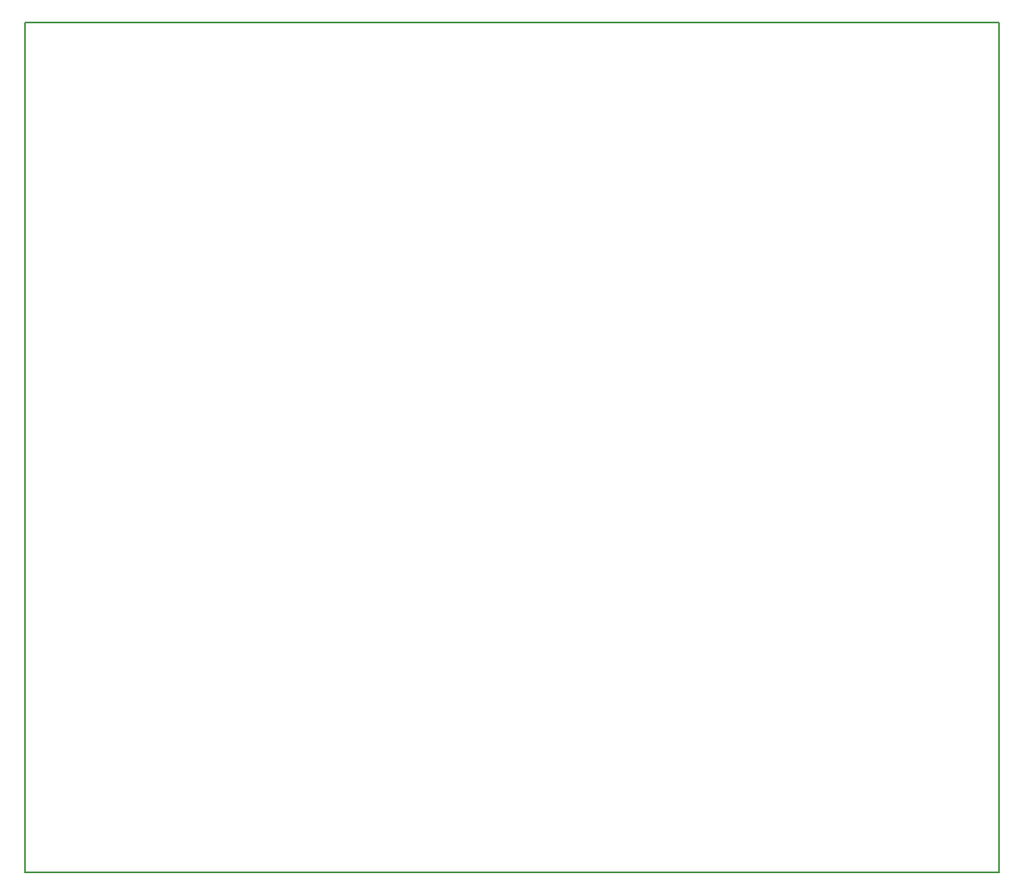
<source format=gm1>
G04 #@! TF.GenerationSoftware,KiCad,Pcbnew,9.0.5*
G04 #@! TF.CreationDate,2025-12-23T11:29:20-06:00*
G04 #@! TF.ProjectId,MotorBoard,4d6f746f-7242-46f6-9172-642e6b696361,v7*
G04 #@! TF.SameCoordinates,Original*
G04 #@! TF.FileFunction,Profile,NP*
%FSLAX46Y46*%
G04 Gerber Fmt 4.6, Leading zero omitted, Abs format (unit mm)*
G04 Created by KiCad (PCBNEW 9.0.5) date 2025-12-23 11:29:20*
%MOMM*%
%LPD*%
G01*
G04 APERTURE LIST*
G04 #@! TA.AperFunction,Profile*
%ADD10C,0.150000*%
G04 #@! TD*
G04 APERTURE END LIST*
D10*
X49530000Y-33020000D02*
X148470000Y-33020000D01*
X148470000Y-119380000D01*
X49530000Y-119380000D01*
X49530000Y-33020000D01*
M02*

</source>
